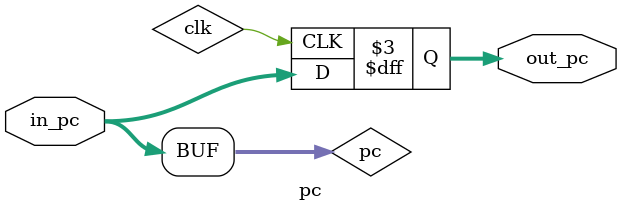
<source format=v>
module pc(in_pc, out_pc);

  input [31:0]in_pc;
  reg [31:0]pc;
  reg clk;
  output reg [31:0]out_pc;

  always@(in_pc)
  begin
    pc = in_pc;
  end

  always@(posedge clk)
  begin
    out_pc = pc;
  end

endmodule
</source>
